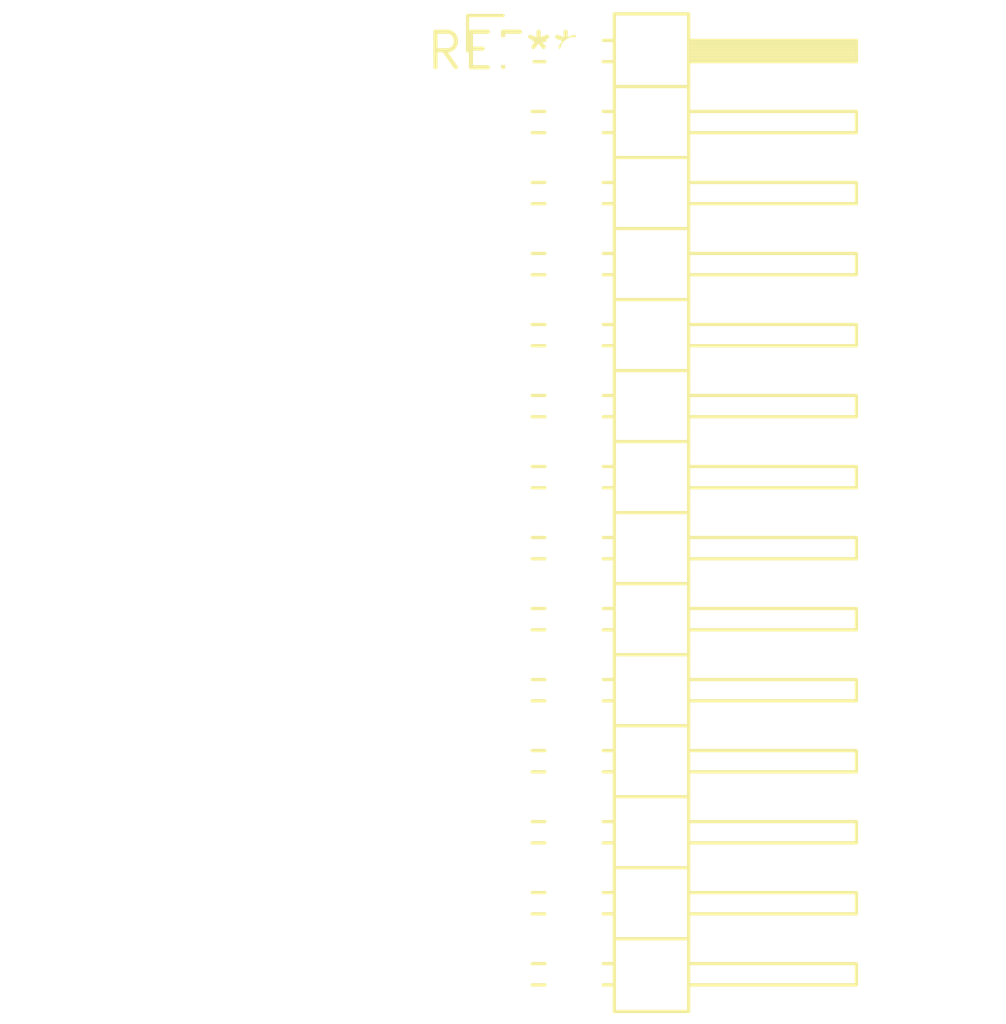
<source format=kicad_pcb>
(kicad_pcb (version 20240108) (generator pcbnew)
  (layers (0 "F.Cu" signal) (31 "B.Cu" signal) (34 "B.Paste" user) (35 "F.Paste" user) (36 "B.SilkS" user "B.Silkscreen") (37 "F.SilkS" user "F.Silkscreen") (38 "B.Mask" user) (39 "F.Mask" user) (44 "Edge.Cuts" user))
  (net 0 "")
  (footprint "PinHeader_2x14_P2.54mm_Horizontal" (layer "F.Cu") (at 0 0)
    (property "Reference" "REF**")
    (property "Value" "PinHeader_2x14_P2.54mm_Horizontal")
    (fp_line (start -1.27 -1.27) (end 0 -1.27) (layer "F.SilkS") (stroke (width 0.12)))
    (fp_line (start -1.27 0) (end -1.27 -1.27) (layer "F.SilkS") (stroke (width 0.12)))
    (fp_line (start 1.042929 2.16) (end 1.497071 2.16) (layer "F.SilkS") (stroke (width 0.12)))
    (fp_line (start 1.042929 2.92) (end 1.497071 2.92) (layer "F.SilkS") (stroke (width 0.12)))
    (fp_line (start 1.042929 4.7) (end 1.497071 4.7) (layer "F.SilkS") (stroke (width 0.12)))
    (fp_line (start 1.042929 5.46) (end 1.497071 5.46) (layer "F.SilkS") (stroke (width 0.12)))
    (fp_line (start 1.042929 7.24) (end 1.497071 7.24) (layer "F.SilkS") (stroke (width 0.12)))
    (fp_line (start 1.042929 8) (end 1.497071 8) (layer "F.SilkS") (stroke (width 0.12)))
    (fp_line (start 1.042929 9.78) (end 1.497071 9.78) (layer "F.SilkS") (stroke (width 0.12)))
    (fp_line (start 1.042929 10.54) (end 1.497071 10.54) (layer "F.SilkS") (stroke (width 0.12)))
    (fp_line (start 1.042929 12.32) (end 1.497071 12.32) (layer "F.SilkS") (stroke (width 0.12)))
    (fp_line (start 1.042929 13.08) (end 1.497071 13.08) (layer "F.SilkS") (stroke (width 0.12)))
    (fp_line (start 1.042929 14.86) (end 1.497071 14.86) (layer "F.SilkS") (stroke (width 0.12)))
    (fp_line (start 1.042929 15.62) (end 1.497071 15.62) (layer "F.SilkS") (stroke (width 0.12)))
    (fp_line (start 1.042929 17.4) (end 1.497071 17.4) (layer "F.SilkS") (stroke (width 0.12)))
    (fp_line (start 1.042929 18.16) (end 1.497071 18.16) (layer "F.SilkS") (stroke (width 0.12)))
    (fp_line (start 1.042929 19.94) (end 1.497071 19.94) (layer "F.SilkS") (stroke (width 0.12)))
    (fp_line (start 1.042929 20.7) (end 1.497071 20.7) (layer "F.SilkS") (stroke (width 0.12)))
    (fp_line (start 1.042929 22.48) (end 1.497071 22.48) (layer "F.SilkS") (stroke (width 0.12)))
    (fp_line (start 1.042929 23.24) (end 1.497071 23.24) (layer "F.SilkS") (stroke (width 0.12)))
    (fp_line (start 1.042929 25.02) (end 1.497071 25.02) (layer "F.SilkS") (stroke (width 0.12)))
    (fp_line (start 1.042929 25.78) (end 1.497071 25.78) (layer "F.SilkS") (stroke (width 0.12)))
    (fp_line (start 1.042929 27.56) (end 1.497071 27.56) (layer "F.SilkS") (stroke (width 0.12)))
    (fp_line (start 1.042929 28.32) (end 1.497071 28.32) (layer "F.SilkS") (stroke (width 0.12)))
    (fp_line (start 1.042929 30.1) (end 1.497071 30.1) (layer "F.SilkS") (stroke (width 0.12)))
    (fp_line (start 1.042929 30.86) (end 1.497071 30.86) (layer "F.SilkS") (stroke (width 0.12)))
    (fp_line (start 1.042929 32.64) (end 1.497071 32.64) (layer "F.SilkS") (stroke (width 0.12)))
    (fp_line (start 1.042929 33.4) (end 1.497071 33.4) (layer "F.SilkS") (stroke (width 0.12)))
    (fp_line (start 1.11 -0.38) (end 1.497071 -0.38) (layer "F.SilkS") (stroke (width 0.12)))
    (fp_line (start 1.11 0.38) (end 1.497071 0.38) (layer "F.SilkS") (stroke (width 0.12)))
    (fp_line (start 3.582929 -0.38) (end 3.98 -0.38) (layer "F.SilkS") (stroke (width 0.12)))
    (fp_line (start 3.582929 0.38) (end 3.98 0.38) (layer "F.SilkS") (stroke (width 0.12)))
    (fp_line (start 3.582929 2.16) (end 3.98 2.16) (layer "F.SilkS") (stroke (width 0.12)))
    (fp_line (start 3.582929 2.92) (end 3.98 2.92) (layer "F.SilkS") (stroke (width 0.12)))
    (fp_line (start 3.582929 4.7) (end 3.98 4.7) (layer "F.SilkS") (stroke (width 0.12)))
    (fp_line (start 3.582929 5.46) (end 3.98 5.46) (layer "F.SilkS") (stroke (width 0.12)))
    (fp_line (start 3.582929 7.24) (end 3.98 7.24) (layer "F.SilkS") (stroke (width 0.12)))
    (fp_line (start 3.582929 8) (end 3.98 8) (layer "F.SilkS") (stroke (width 0.12)))
    (fp_line (start 3.582929 9.78) (end 3.98 9.78) (layer "F.SilkS") (stroke (width 0.12)))
    (fp_line (start 3.582929 10.54) (end 3.98 10.54) (layer "F.SilkS") (stroke (width 0.12)))
    (fp_line (start 3.582929 12.32) (end 3.98 12.32) (layer "F.SilkS") (stroke (width 0.12)))
    (fp_line (start 3.582929 13.08) (end 3.98 13.08) (layer "F.SilkS") (stroke (width 0.12)))
    (fp_line (start 3.582929 14.86) (end 3.98 14.86) (layer "F.SilkS") (stroke (width 0.12)))
    (fp_line (start 3.582929 15.62) (end 3.98 15.62) (layer "F.SilkS") (stroke (width 0.12)))
    (fp_line (start 3.582929 17.4) (end 3.98 17.4) (layer "F.SilkS") (stroke (width 0.12)))
    (fp_line (start 3.582929 18.16) (end 3.98 18.16) (layer "F.SilkS") (stroke (width 0.12)))
    (fp_line (start 3.582929 19.94) (end 3.98 19.94) (layer "F.SilkS") (stroke (width 0.12)))
    (fp_line (start 3.582929 20.7) (end 3.98 20.7) (layer "F.SilkS") (stroke (width 0.12)))
    (fp_line (start 3.582929 22.48) (end 3.98 22.48) (layer "F.SilkS") (stroke (width 0.12)))
    (fp_line (start 3.582929 23.24) (end 3.98 23.24) (layer "F.SilkS") (stroke (width 0.12)))
    (fp_line (start 3.582929 25.02) (end 3.98 25.02) (layer "F.SilkS") (stroke (width 0.12)))
    (fp_line (start 3.582929 25.78) (end 3.98 25.78) (layer "F.SilkS") (stroke (width 0.12)))
    (fp_line (start 3.582929 27.56) (end 3.98 27.56) (layer "F.SilkS") (stroke (width 0.12)))
    (fp_line (start 3.582929 28.32) (end 3.98 28.32) (layer "F.SilkS") (stroke (width 0.12)))
    (fp_line (start 3.582929 30.1) (end 3.98 30.1) (layer "F.SilkS") (stroke (width 0.12)))
    (fp_line (start 3.582929 30.86) (end 3.98 30.86) (layer "F.SilkS") (stroke (width 0.12)))
    (fp_line (start 3.582929 32.64) (end 3.98 32.64) (layer "F.SilkS") (stroke (width 0.12)))
    (fp_line (start 3.582929 33.4) (end 3.98 33.4) (layer "F.SilkS") (stroke (width 0.12)))
    (fp_line (start 3.98 -1.33) (end 3.98 34.35) (layer "F.SilkS") (stroke (width 0.12)))
    (fp_line (start 3.98 1.27) (end 6.64 1.27) (layer "F.SilkS") (stroke (width 0.12)))
    (fp_line (start 3.98 3.81) (end 6.64 3.81) (layer "F.SilkS") (stroke (width 0.12)))
    (fp_line (start 3.98 6.35) (end 6.64 6.35) (layer "F.SilkS") (stroke (width 0.12)))
    (fp_line (start 3.98 8.89) (end 6.64 8.89) (layer "F.SilkS") (stroke (width 0.12)))
    (fp_line (start 3.98 11.43) (end 6.64 11.43) (layer "F.SilkS") (stroke (width 0.12)))
    (fp_line (start 3.98 13.97) (end 6.64 13.97) (layer "F.SilkS") (stroke (width 0.12)))
    (fp_line (start 3.98 16.51) (end 6.64 16.51) (layer "F.SilkS") (stroke (width 0.12)))
    (fp_line (start 3.98 19.05) (end 6.64 19.05) (layer "F.SilkS") (stroke (width 0.12)))
    (fp_line (start 3.98 21.59) (end 6.64 21.59) (layer "F.SilkS") (stroke (width 0.12)))
    (fp_line (start 3.98 24.13) (end 6.64 24.13) (layer "F.SilkS") (stroke (width 0.12)))
    (fp_line (start 3.98 26.67) (end 6.64 26.67) (layer "F.SilkS") (stroke (width 0.12)))
    (fp_line (start 3.98 29.21) (end 6.64 29.21) (layer "F.SilkS") (stroke (width 0.12)))
    (fp_line (start 3.98 31.75) (end 6.64 31.75) (layer "F.SilkS") (stroke (width 0.12)))
    (fp_line (start 3.98 34.35) (end 6.64 34.35) (layer "F.SilkS") (stroke (width 0.12)))
    (fp_line (start 6.64 -1.33) (end 3.98 -1.33) (layer "F.SilkS") (stroke (width 0.12)))
    (fp_line (start 6.64 -0.38) (end 12.64 -0.38) (layer "F.SilkS") (stroke (width 0.12)))
    (fp_line (start 6.64 -0.32) (end 12.64 -0.32) (layer "F.SilkS") (stroke (width 0.12)))
    (fp_line (start 6.64 -0.2) (end 12.64 -0.2) (layer "F.SilkS") (stroke (width 0.12)))
    (fp_line (start 6.64 -0.08) (end 12.64 -0.08) (layer "F.SilkS") (stroke (width 0.12)))
    (fp_line (start 6.64 0.04) (end 12.64 0.04) (layer "F.SilkS") (stroke (width 0.12)))
    (fp_line (start 6.64 0.16) (end 12.64 0.16) (layer "F.SilkS") (stroke (width 0.12)))
    (fp_line (start 6.64 0.28) (end 12.64 0.28) (layer "F.SilkS") (stroke (width 0.12)))
    (fp_line (start 6.64 2.16) (end 12.64 2.16) (layer "F.SilkS") (stroke (width 0.12)))
    (fp_line (start 6.64 4.7) (end 12.64 4.7) (layer "F.SilkS") (stroke (width 0.12)))
    (fp_line (start 6.64 7.24) (end 12.64 7.24) (layer "F.SilkS") (stroke (width 0.12)))
    (fp_line (start 6.64 9.78) (end 12.64 9.78) (layer "F.SilkS") (stroke (width 0.12)))
    (fp_line (start 6.64 12.32) (end 12.64 12.32) (layer "F.SilkS") (stroke (width 0.12)))
    (fp_line (start 6.64 14.86) (end 12.64 14.86) (layer "F.SilkS") (stroke (width 0.12)))
    (fp_line (start 6.64 17.4) (end 12.64 17.4) (layer "F.SilkS") (stroke (width 0.12)))
    (fp_line (start 6.64 19.94) (end 12.64 19.94) (layer "F.SilkS") (stroke (width 0.12)))
    (fp_line (start 6.64 22.48) (end 12.64 22.48) (layer "F.SilkS") (stroke (width 0.12)))
    (fp_line (start 6.64 25.02) (end 12.64 25.02) (layer "F.SilkS") (stroke (width 0.12)))
    (fp_line (start 6.64 27.56) (end 12.64 27.56) (layer "F.SilkS") (stroke (width 0.12)))
    (fp_line (start 6.64 30.1) (end 12.64 30.1) (layer "F.SilkS") (stroke (width 0.12)))
    (fp_line (start 6.64 32.64) (end 12.64 32.64) (layer "F.SilkS") (stroke (width 0.12)))
    (fp_line (start 6.64 34.35) (end 6.64 -1.33) (layer "F.SilkS") (stroke (width 0.12)))
    (fp_line (start 12.64 -0.38) (end 12.64 0.38) (layer "F.SilkS") (stroke (width 0.12)))
    (fp_line (start 12.64 0.38) (end 6.64 0.38) (layer "F.SilkS") (stroke (width 0.12)))
    (fp_line (start 12.64 2.16) (end 12.64 2.92) (layer "F.SilkS") (stroke (width 0.12)))
    (fp_line (start 12.64 2.92) (end 6.64 2.92) (layer "F.SilkS") (stroke (width 0.12)))
    (fp_line (start 12.64 4.7) (end 12.64 5.46) (layer "F.SilkS") (stroke (width 0.12)))
    (fp_line (start 12.64 5.46) (end 6.64 5.46) (layer "F.SilkS") (stroke (width 0.12)))
    (fp_line (start 12.64 7.24) (end 12.64 8) (layer "F.SilkS") (stroke (width 0.12)))
    (fp_line (start 12.64 8) (end 6.64 8) (layer "F.SilkS") (stroke (width 0.12)))
    (fp_line (start 12.64 9.78) (end 12.64 10.54) (layer "F.SilkS") (stroke (width 0.12)))
    (fp_line (start 12.64 10.54) (end 6.64 10.54) (layer "F.SilkS") (stroke (width 0.12)))
    (fp_line (start 12.64 12.32) (end 12.64 13.08) (layer "F.SilkS") (stroke (width 0.12)))
    (fp_line (start 12.64 13.08) (end 6.64 13.08) (layer "F.SilkS") (stroke (width 0.12)))
    (fp_line (start 12.64 14.86) (end 12.64 15.62) (layer "F.SilkS") (stroke (width 0.12)))
    (fp_line (start 12.64 15.62) (end 6.64 15.62) (layer "F.SilkS") (stroke (width 0.12)))
    (fp_line (start 12.64 17.4) (end 12.64 18.16) (layer "F.SilkS") (stroke (width 0.12)))
    (fp_line (start 12.64 18.16) (end 6.64 18.16) (layer "F.SilkS") (stroke (width 0.12)))
    (fp_line (start 12.64 19.94) (end 12.64 20.7) (layer "F.SilkS") (stroke (width 0.12)))
    (fp_line (start 12.64 20.7) (end 6.64 20.7) (layer "F.SilkS") (stroke (width 0.12)))
    (fp_line (start 12.64 22.48) (end 12.64 23.24) (layer "F.SilkS") (stroke (width 0.12)))
    (fp_line (start 12.64 23.24) (end 6.64 23.24) (layer "F.SilkS") (stroke (width 0.12)))
    (fp_line (start 12.64 25.02) (end 12.64 25.78) (layer "F.SilkS") (stroke (width 0.12)))
    (fp_line (start 12.64 25.78) (end 6.64 25.78) (layer "F.SilkS") (stroke (width 0.12)))
    (fp_line (start 12.64 27.56) (end 12.64 28.32) (layer "F.SilkS") (stroke (width 0.12)))
    (fp_line (start 12.64 28.32) (end 6.64 28.32) (layer "F.SilkS") (stroke (width 0.12)))
    (fp_line (start 12.64 30.1) (end 12.64 30.86) (layer "F.SilkS") (stroke (width 0.12)))
    (fp_line (start 12.64 30.86) (end 6.64 30.86) (layer "F.SilkS") (stroke (width 0.12)))
    (fp_line (start 12.64 32.64) (end 12.64 33.4) (layer "F.SilkS") (stroke (width 0.12)))
    (fp_line (start 12.64 33.4) (end 6.64 33.4) (layer "F.SilkS") (stroke (width 0.12)))
    (pad "1" thru_hole rect (at 0 0) (size 1.7 1.7) (drill 1) (layers *.Cu *.Mask) (remove_unused_layers))
    (pad "2" thru_hole oval (at 2.54 0) (size 1.7 1.7) (drill 1) (layers *.Cu *.Mask) (remove_unused_layers))
    (pad "3" thru_hole oval (at 0 2.54) (size 1.7 1.7) (drill 1) (layers *.Cu *.Mask) (remove_unused_layers))
    (pad "4" thru_hole oval (at 2.54 2.54) (size 1.7 1.7) (drill 1) (layers *.Cu *.Mask) (remove_unused_layers))
    (pad "5" thru_hole oval (at 0 5.08) (size 1.7 1.7) (drill 1) (layers *.Cu *.Mask) (remove_unused_layers))
    (pad "6" thru_hole oval (at 2.54 5.08) (size 1.7 1.7) (drill 1) (layers *.Cu *.Mask) (remove_unused_layers))
    (pad "7" thru_hole oval (at 0 7.62) (size 1.7 1.7) (drill 1) (layers *.Cu *.Mask) (remove_unused_layers))
    (pad "8" thru_hole oval (at 2.54 7.62) (size 1.7 1.7) (drill 1) (layers *.Cu *.Mask) (remove_unused_layers))
    (pad "9" thru_hole oval (at 0 10.16) (size 1.7 1.7) (drill 1) (layers *.Cu *.Mask) (remove_unused_layers))
    (pad "10" thru_hole oval (at 2.54 10.16) (size 1.7 1.7) (drill 1) (layers *.Cu *.Mask) (remove_unused_layers))
    (pad "11" thru_hole oval (at 0 12.7) (size 1.7 1.7) (drill 1) (layers *.Cu *.Mask) (remove_unused_layers))
    (pad "12" thru_hole oval (at 2.54 12.7) (size 1.7 1.7) (drill 1) (layers *.Cu *.Mask) (remove_unused_layers))
    (pad "13" thru_hole oval (at 0 15.24) (size 1.7 1.7) (drill 1) (layers *.Cu *.Mask) (remove_unused_layers))
    (pad "14" thru_hole oval (at 2.54 15.24) (size 1.7 1.7) (drill 1) (layers *.Cu *.Mask) (remove_unused_layers))
    (pad "15" thru_hole oval (at 0 17.78) (size 1.7 1.7) (drill 1) (layers *.Cu *.Mask) (remove_unused_layers))
    (pad "16" thru_hole oval (at 2.54 17.78) (size 1.7 1.7) (drill 1) (layers *.Cu *.Mask) (remove_unused_layers))
    (pad "17" thru_hole oval (at 0 20.32) (size 1.7 1.7) (drill 1) (layers *.Cu *.Mask) (remove_unused_layers))
    (pad "18" thru_hole oval (at 2.54 20.32) (size 1.7 1.7) (drill 1) (layers *.Cu *.Mask) (remove_unused_layers))
    (pad "19" thru_hole oval (at 0 22.86) (size 1.7 1.7) (drill 1) (layers *.Cu *.Mask) (remove_unused_layers))
    (pad "20" thru_hole oval (at 2.54 22.86) (size 1.7 1.7) (drill 1) (layers *.Cu *.Mask) (remove_unused_layers))
    (pad "21" thru_hole oval (at 0 25.4) (size 1.7 1.7) (drill 1) (layers *.Cu *.Mask) (remove_unused_layers))
    (pad "22" thru_hole oval (at 2.54 25.4) (size 1.7 1.7) (drill 1) (layers *.Cu *.Mask) (remove_unused_layers))
    (pad "23" thru_hole oval (at 0 27.94) (size 1.7 1.7) (drill 1) (layers *.Cu *.Mask) (remove_unused_layers))
    (pad "24" thru_hole oval (at 2.54 27.94) (size 1.7 1.7) (drill 1) (layers *.Cu *.Mask) (remove_unused_layers))
    (pad "25" thru_hole oval (at 0 30.48) (size 1.7 1.7) (drill 1) (layers *.Cu *.Mask) (remove_unused_layers))
    (pad "26" thru_hole oval (at 2.54 30.48) (size 1.7 1.7) (drill 1) (layers *.Cu *.Mask) (remove_unused_layers))
    (pad "27" thru_hole oval (at 0 33.02) (size 1.7 1.7) (drill 1) (layers *.Cu *.Mask) (remove_unused_layers))
    (pad "28" thru_hole oval (at 2.54 33.02) (size 1.7 1.7) (drill 1) (layers *.Cu *.Mask) (remove_unused_layers))
  )
)
</source>
